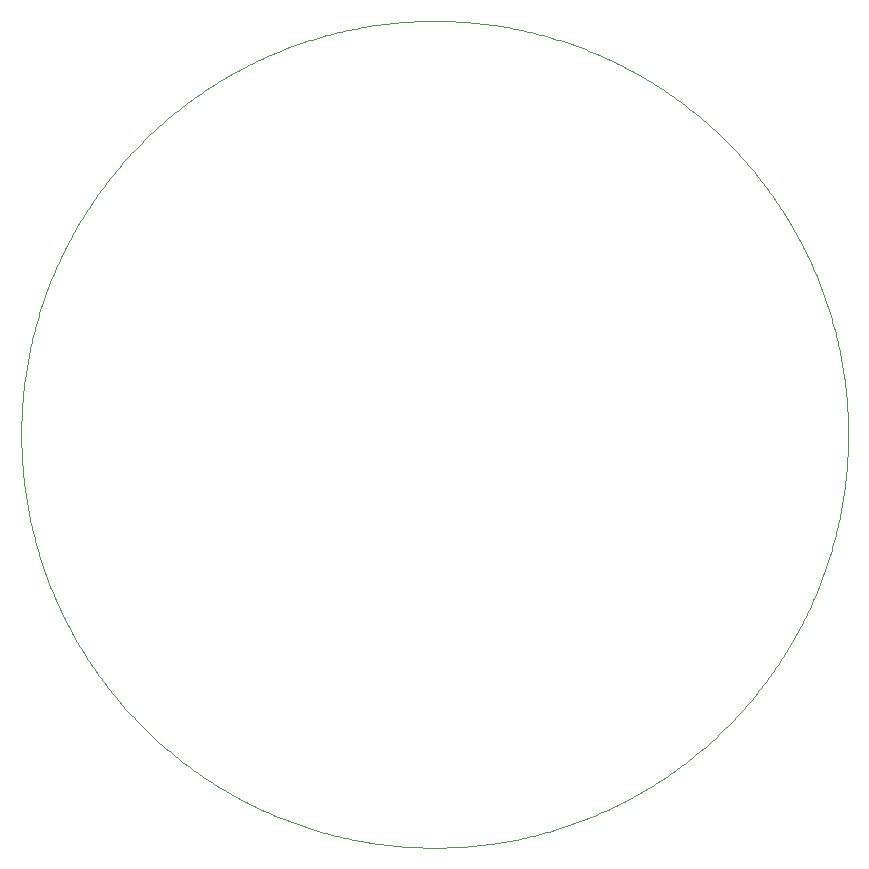
<source format=gm1>
G04*
G04 #@! TF.GenerationSoftware,Altium Limited,Altium Designer,21.2.0 (30)*
G04*
G04 Layer_Color=16711935*
%FSLAX25Y25*%
%MOIN*%
G70*
G04*
G04 #@! TF.SameCoordinates,B96C5F5D-6F64-4CBB-A979-4CA2DAF74F4E*
G04*
G04*
G04 #@! TF.FilePolarity,Positive*
G04*
G01*
G75*
%ADD44C,0.00394*%
D44*
X521295Y399000D02*
X521292Y400000D01*
X521281Y400999D01*
X521263Y401999D01*
X521237Y402998D01*
X521205Y403998D01*
X521165Y404997D01*
X521118Y405995D01*
X521063Y406994D01*
X521002Y407992D01*
X520933Y408989D01*
X520857Y409986D01*
X520773Y410982D01*
X520683Y411978D01*
X520585Y412973D01*
X520480Y413967D01*
X520368Y414960D01*
X520248Y415953D01*
X520122Y416945D01*
X519988Y417935D01*
X519847Y418925D01*
X519699Y419914D01*
X519544Y420901D01*
X519381Y421888D01*
X519211Y422873D01*
X519035Y423857D01*
X518851Y424840D01*
X518660Y425821D01*
X518462Y426801D01*
X518256Y427780D01*
X518044Y428757D01*
X517825Y429732D01*
X517598Y430706D01*
X517365Y431678D01*
X517124Y432648D01*
X516876Y433617D01*
X516622Y434584D01*
X516360Y435548D01*
X516091Y436512D01*
X515816Y437472D01*
X515533Y438432D01*
X515243Y439388D01*
X514947Y440343D01*
X514643Y441296D01*
X514333Y442246D01*
X514016Y443194D01*
X513692Y444140D01*
X513361Y445083D01*
X513023Y446024D01*
X512679Y446963D01*
X512327Y447899D01*
X511969Y448832D01*
X511604Y449763D01*
X511232Y450691D01*
X510854Y451616D01*
X510469Y452539D01*
X510077Y453459D01*
X509679Y454376D01*
X509274Y455290D01*
X508862Y456201D01*
X508443Y457109D01*
X508019Y458014D01*
X507587Y458916D01*
X507149Y459815D01*
X506705Y460710D01*
X506254Y461602D01*
X505796Y462491D01*
X505333Y463377D01*
X504862Y464259D01*
X504386Y465138D01*
X503902Y466013D01*
X503413Y466885D01*
X502917Y467753D01*
X502415Y468618D01*
X501907Y469479D01*
X501393Y470336D01*
X500872Y471190D01*
X500345Y472039D01*
X499812Y472885D01*
X499273Y473727D01*
X498728Y474565D01*
X498177Y475399D01*
X497619Y476229D01*
X497056Y477055D01*
X496487Y477877D01*
X495911Y478694D01*
X495330Y479508D01*
X494743Y480317D01*
X494150Y481122D01*
X493552Y481923D01*
X492947Y482719D01*
X492337Y483511D01*
X491721Y484298D01*
X491099Y485081D01*
X490472Y485860D01*
X489839Y486634D01*
X489200Y487403D01*
X488556Y488167D01*
X487906Y488927D01*
X487251Y489682D01*
X486590Y490433D01*
X485924Y491178D01*
X485253Y491919D01*
X484576Y492655D01*
X483894Y493386D01*
X483206Y494111D01*
X482514Y494832D01*
X481816Y495548D01*
X481113Y496259D01*
X480404Y496965D01*
X479691Y497665D01*
X478973Y498360D01*
X478249Y499051D01*
X477521Y499735D01*
X476788Y500415D01*
X476049Y501089D01*
X475306Y501758D01*
X474558Y502421D01*
X473806Y503079D01*
X473048Y503732D01*
X472286Y504379D01*
X471519Y505020D01*
X470747Y505656D01*
X469971Y506286D01*
X469191Y506911D01*
X468405Y507529D01*
X467616Y508143D01*
X466822Y508750D01*
X466023Y509352D01*
X465220Y509947D01*
X464413Y510537D01*
X463602Y511122D01*
X462786Y511700D01*
X461967Y512272D01*
X461143Y512838D01*
X460315Y513399D01*
X459483Y513953D01*
X458647Y514501D01*
X457807Y515043D01*
X456963Y515579D01*
X456115Y516109D01*
X455263Y516633D01*
X454408Y517151D01*
X453549Y517662D01*
X452686Y518167D01*
X451820Y518666D01*
X450950Y519159D01*
X450076Y519645D01*
X449199Y520125D01*
X448319Y520598D01*
X447435Y521065D01*
X446547Y521526D01*
X445657Y521980D01*
X444763Y522428D01*
X443866Y522869D01*
X442966Y523304D01*
X442062Y523732D01*
X441155Y524153D01*
X440246Y524568D01*
X439333Y524977D01*
X438418Y525379D01*
X437500Y525774D01*
X436578Y526162D01*
X435654Y526544D01*
X434728Y526919D01*
X433798Y527287D01*
X432866Y527649D01*
X431931Y528004D01*
X430994Y528352D01*
X430055Y528693D01*
X429112Y529027D01*
X428168Y529355D01*
X427221Y529675D01*
X426271Y529989D01*
X425320Y530296D01*
X424366Y530596D01*
X423411Y530889D01*
X422452Y531175D01*
X421492Y531454D01*
X420531Y531726D01*
X419567Y531991D01*
X418601Y532250D01*
X417633Y532501D01*
X416664Y532745D01*
X415692Y532982D01*
X414719Y533212D01*
X413745Y533435D01*
X412769Y533651D01*
X411791Y533860D01*
X410812Y534061D01*
X409831Y534256D01*
X408849Y534444D01*
X407866Y534624D01*
X406881Y534797D01*
X405895Y534963D01*
X404908Y535122D01*
X403920Y535274D01*
X402931Y535418D01*
X401940Y535556D01*
X400949Y535686D01*
X399957Y535809D01*
X398964Y535925D01*
X397970Y536033D01*
X396976Y536135D01*
X395980Y536229D01*
X394984Y536316D01*
X393988Y536396D01*
X392991Y536468D01*
X391993Y536533D01*
X390995Y536591D01*
X389997Y536642D01*
X388998Y536686D01*
X387999Y536722D01*
X386999Y536751D01*
X386000Y536773D01*
X385000Y536787D01*
X384000Y536794D01*
X383001Y536794D01*
X382001Y536787D01*
X381001Y536773D01*
X380002Y536751D01*
X379002Y536722D01*
X378003Y536686D01*
X377005Y536642D01*
X376006Y536591D01*
X375008Y536533D01*
X374010Y536468D01*
X373013Y536396D01*
X372017Y536316D01*
X371021Y536229D01*
X370025Y536135D01*
X369031Y536033D01*
X368037Y535925D01*
X367044Y535809D01*
X366052Y535686D01*
X365060Y535556D01*
X364070Y535419D01*
X363081Y535274D01*
X362093Y535122D01*
X361106Y534963D01*
X360120Y534797D01*
X359135Y534624D01*
X358152Y534444D01*
X357170Y534256D01*
X356189Y534062D01*
X355210Y533860D01*
X354232Y533651D01*
X353256Y533435D01*
X352282Y533212D01*
X351309Y532982D01*
X350337Y532745D01*
X349368Y532501D01*
X348400Y532250D01*
X347434Y531992D01*
X346470Y531727D01*
X345508Y531454D01*
X344548Y531175D01*
X343590Y530889D01*
X342635Y530596D01*
X341681Y530296D01*
X340729Y529989D01*
X339780Y529676D01*
X338833Y529355D01*
X337889Y529028D01*
X336947Y528693D01*
X336007Y528352D01*
X335069Y528004D01*
X334135Y527649D01*
X333203Y527288D01*
X332273Y526919D01*
X331347Y526544D01*
X330422Y526163D01*
X329501Y525774D01*
X328583Y525379D01*
X327667Y524977D01*
X326755Y524569D01*
X325845Y524154D01*
X324939Y523732D01*
X324035Y523304D01*
X323135Y522869D01*
X322238Y522428D01*
X321344Y521980D01*
X320454Y521526D01*
X319566Y521066D01*
X318682Y520599D01*
X317802Y520125D01*
X316925Y519645D01*
X316051Y519159D01*
X315181Y518666D01*
X314315Y518168D01*
X313452Y517662D01*
X312593Y517151D01*
X311737Y516634D01*
X310886Y516110D01*
X310038Y515580D01*
X309194Y515044D01*
X308354Y514502D01*
X307518Y513953D01*
X306686Y513399D01*
X305858Y512839D01*
X305034Y512273D01*
X304215Y511700D01*
X303399Y511122D01*
X302588Y510538D01*
X301780Y509948D01*
X300978Y509352D01*
X300179Y508750D01*
X299385Y508143D01*
X298595Y507530D01*
X297810Y506911D01*
X297029Y506286D01*
X296253Y505656D01*
X295482Y505021D01*
X294715Y504379D01*
X293953Y503732D01*
X293195Y503080D01*
X292442Y502422D01*
X291694Y501758D01*
X290951Y501089D01*
X290213Y500415D01*
X289480Y499736D01*
X288751Y499051D01*
X288028Y498361D01*
X287309Y497666D01*
X286596Y496965D01*
X285888Y496259D01*
X285185Y495549D01*
X284487Y494833D01*
X283794Y494112D01*
X283107Y493386D01*
X282424Y492655D01*
X281748Y491919D01*
X281076Y491179D01*
X280410Y490433D01*
X279749Y489683D01*
X279094Y488928D01*
X278445Y488168D01*
X277800Y487403D01*
X277162Y486634D01*
X276529Y485860D01*
X275901Y485082D01*
X275279Y484299D01*
X274663Y483511D01*
X274053Y482719D01*
X273449Y481923D01*
X272850Y481122D01*
X272257Y480317D01*
X271670Y479508D01*
X271089Y478695D01*
X270514Y477877D01*
X269944Y477055D01*
X269381Y476229D01*
X268824Y475399D01*
X268272Y474565D01*
X267727Y473727D01*
X267188Y472885D01*
X266655Y472039D01*
X266128Y471190D01*
X265607Y470336D01*
X265093Y469479D01*
X264585Y468618D01*
X264083Y467753D01*
X263587Y466885D01*
X263098Y466013D01*
X262614Y465138D01*
X262138Y464259D01*
X261667Y463377D01*
X261204Y462491D01*
X260746Y461602D01*
X260295Y460710D01*
X259851Y459814D01*
X259413Y458916D01*
X258981Y458014D01*
X258556Y457109D01*
X258138Y456201D01*
X257726Y455290D01*
X257321Y454376D01*
X256923Y453459D01*
X256531Y452539D01*
X256146Y451616D01*
X255767Y450691D01*
X255396Y449763D01*
X255031Y448832D01*
X254673Y447899D01*
X254321Y446963D01*
X253977Y446024D01*
X253639Y445083D01*
X253308Y444140D01*
X252984Y443194D01*
X252667Y442246D01*
X252356Y441295D01*
X252053Y440343D01*
X251757Y439388D01*
X251467Y438431D01*
X251184Y437472D01*
X250909Y436511D01*
X250640Y435548D01*
X250378Y434583D01*
X250124Y433616D01*
X249876Y432648D01*
X249635Y431677D01*
X249402Y430705D01*
X249175Y429731D01*
X248956Y428756D01*
X248744Y427779D01*
X248538Y426801D01*
X248340Y425821D01*
X248149Y424839D01*
X247965Y423857D01*
X247788Y422873D01*
X247619Y421887D01*
X247456Y420901D01*
X247301Y419913D01*
X247153Y418924D01*
X247012Y417935D01*
X246878Y416944D01*
X246751Y415952D01*
X246632Y414959D01*
X246520Y413966D01*
X246415Y412972D01*
X246317Y411977D01*
X246227Y410981D01*
X246143Y409985D01*
X246067Y408988D01*
X245998Y407991D01*
X245937Y406993D01*
X245882Y405994D01*
X245835Y404996D01*
X245795Y403997D01*
X245763Y402998D01*
X245737Y401998D01*
X245719Y400998D01*
X245708Y399999D01*
X245705Y398999D01*
X245708Y397999D01*
X245719Y397000D01*
X245737Y396000D01*
X245763Y395001D01*
X245795Y394001D01*
X245835Y393002D01*
X245883Y392004D01*
X245937Y391005D01*
X245999Y390007D01*
X246067Y389010D01*
X246143Y388013D01*
X246227Y387017D01*
X246317Y386021D01*
X246415Y385026D01*
X246520Y384032D01*
X246632Y383038D01*
X246752Y382046D01*
X246878Y381054D01*
X247012Y380063D01*
X247153Y379074D01*
X247301Y378085D01*
X247457Y377097D01*
X247619Y376111D01*
X247789Y375126D01*
X247966Y374142D01*
X248149Y373159D01*
X248341Y372177D01*
X248539Y371198D01*
X248744Y370219D01*
X248956Y369242D01*
X249176Y368267D01*
X249402Y367293D01*
X249636Y366321D01*
X249876Y365350D01*
X250124Y364382D01*
X250379Y363415D01*
X250641Y362450D01*
X250909Y361487D01*
X251185Y360526D01*
X251467Y359567D01*
X251757Y358610D01*
X252054Y357655D01*
X252357Y356703D01*
X252667Y355752D01*
X252985Y354804D01*
X253309Y353858D01*
X253640Y352915D01*
X253977Y351974D01*
X254322Y351035D01*
X254673Y350100D01*
X255032Y349166D01*
X255397Y348235D01*
X255768Y347307D01*
X256147Y346382D01*
X256532Y345459D01*
X256924Y344539D01*
X257322Y343622D01*
X257727Y342708D01*
X258139Y341797D01*
X258557Y340889D01*
X258982Y339984D01*
X259414Y339083D01*
X259852Y338184D01*
X260296Y337288D01*
X260747Y336396D01*
X261205Y335507D01*
X261668Y334621D01*
X262139Y333739D01*
X262615Y332860D01*
X263099Y331985D01*
X263588Y331113D01*
X264084Y330245D01*
X264586Y329380D01*
X265094Y328519D01*
X265608Y327662D01*
X266129Y326809D01*
X266656Y325959D01*
X267189Y325113D01*
X267728Y324271D01*
X268273Y323433D01*
X268825Y322599D01*
X269382Y321769D01*
X269945Y320943D01*
X270515Y320121D01*
X271090Y319304D01*
X271671Y318490D01*
X272258Y317681D01*
X272851Y316876D01*
X273450Y316075D01*
X274054Y315279D01*
X274665Y314487D01*
X275281Y313700D01*
X275903Y312917D01*
X276530Y312138D01*
X277163Y311365D01*
X277801Y310595D01*
X278446Y309831D01*
X279096Y309071D01*
X279751Y308316D01*
X280411Y307565D01*
X281078Y306820D01*
X281749Y306079D01*
X282426Y305343D01*
X283108Y304612D01*
X283795Y303887D01*
X284488Y303166D01*
X285186Y302450D01*
X285889Y301739D01*
X286597Y301033D01*
X287311Y300333D01*
X288029Y299638D01*
X288753Y298948D01*
X289481Y298263D01*
X290214Y297583D01*
X290953Y296909D01*
X291696Y296240D01*
X292444Y295577D01*
X293197Y294919D01*
X293954Y294267D01*
X294716Y293620D01*
X295483Y292978D01*
X296255Y292342D01*
X297031Y291712D01*
X297812Y291088D01*
X298597Y290469D01*
X299387Y289856D01*
X300181Y289248D01*
X300979Y288647D01*
X301782Y288051D01*
X302589Y287461D01*
X303401Y286877D01*
X304216Y286298D01*
X305036Y285726D01*
X305860Y285160D01*
X306688Y284600D01*
X307520Y284045D01*
X308356Y283497D01*
X309196Y282955D01*
X310040Y282419D01*
X310888Y281889D01*
X311739Y281365D01*
X312595Y280848D01*
X313454Y280336D01*
X314317Y279831D01*
X315183Y279332D01*
X316053Y278840D01*
X316927Y278354D01*
X317804Y277874D01*
X318684Y277400D01*
X319568Y276933D01*
X320456Y276473D01*
X321346Y276019D01*
X322240Y275571D01*
X323137Y275130D01*
X324038Y274695D01*
X324941Y274267D01*
X325848Y273845D01*
X326757Y273430D01*
X327670Y273022D01*
X328585Y272620D01*
X329504Y272225D01*
X330425Y271836D01*
X331349Y271455D01*
X332276Y271080D01*
X333205Y270711D01*
X334137Y270350D01*
X335072Y269995D01*
X336009Y269647D01*
X336949Y269306D01*
X337891Y268972D01*
X338836Y268644D01*
X339783Y268323D01*
X340732Y268010D01*
X341684Y267703D01*
X342637Y267403D01*
X343593Y267110D01*
X344551Y266824D01*
X345511Y266545D01*
X346473Y266273D01*
X347437Y266007D01*
X348403Y265749D01*
X349371Y265498D01*
X350340Y265254D01*
X351312Y265017D01*
X352285Y264787D01*
X353259Y264564D01*
X354235Y264348D01*
X355213Y264139D01*
X356192Y263938D01*
X357173Y263743D01*
X358155Y263556D01*
X359138Y263375D01*
X360123Y263202D01*
X361109Y263036D01*
X362096Y262877D01*
X363084Y262725D01*
X364073Y262581D01*
X365064Y262444D01*
X366055Y262314D01*
X367047Y262191D01*
X368040Y262075D01*
X369034Y261966D01*
X370029Y261865D01*
X371024Y261771D01*
X372020Y261684D01*
X373017Y261604D01*
X374014Y261532D01*
X375011Y261466D01*
X376009Y261408D01*
X377008Y261358D01*
X378007Y261314D01*
X379006Y261278D01*
X380005Y261249D01*
X381005Y261227D01*
X382004Y261213D01*
X383004Y261206D01*
X384004Y261206D01*
X385004Y261213D01*
X386003Y261227D01*
X387003Y261249D01*
X388002Y261278D01*
X389001Y261315D01*
X390000Y261358D01*
X390999Y261409D01*
X391997Y261467D01*
X392994Y261532D01*
X393992Y261605D01*
X394988Y261684D01*
X395984Y261771D01*
X396979Y261866D01*
X397974Y261967D01*
X398968Y262076D01*
X399961Y262192D01*
X400953Y262315D01*
X401944Y262445D01*
X402935Y262582D01*
X403924Y262727D01*
X404912Y262878D01*
X405899Y263037D01*
X406885Y263204D01*
X407870Y263377D01*
X408853Y263557D01*
X409835Y263745D01*
X410816Y263939D01*
X411795Y264141D01*
X412773Y264350D01*
X413749Y264566D01*
X414723Y264789D01*
X415696Y265019D01*
X416668Y265256D01*
X417637Y265500D01*
X418605Y265751D01*
X419571Y266010D01*
X420535Y266275D01*
X421497Y266547D01*
X422457Y266826D01*
X423415Y267112D01*
X424370Y267405D01*
X425324Y267705D01*
X426276Y268012D01*
X427225Y268326D01*
X428172Y268647D01*
X429116Y268974D01*
X430059Y269309D01*
X430998Y269650D01*
X431936Y269998D01*
X432870Y270353D01*
X433803Y270714D01*
X434732Y271083D01*
X435659Y271458D01*
X436583Y271840D01*
X437504Y272228D01*
X438422Y272623D01*
X439338Y273025D01*
X440250Y273433D01*
X441160Y273849D01*
X442066Y274270D01*
X442970Y274698D01*
X443870Y275133D01*
X444767Y275574D01*
X445661Y276022D01*
X446552Y276476D01*
X447439Y276937D01*
X448323Y277404D01*
X449203Y277878D01*
X450080Y278358D01*
X450954Y278844D01*
X451824Y279337D01*
X452691Y279835D01*
X453553Y280341D01*
X454412Y280852D01*
X455268Y281369D01*
X456119Y281893D01*
X456967Y282423D01*
X457811Y282959D01*
X458651Y283502D01*
X459487Y284050D01*
X460319Y284604D01*
X461147Y285165D01*
X461971Y285731D01*
X462790Y286303D01*
X463606Y286881D01*
X464418Y287466D01*
X465225Y288056D01*
X466027Y288652D01*
X466826Y289253D01*
X467620Y289861D01*
X468409Y290474D01*
X469195Y291093D01*
X469975Y291717D01*
X470751Y292348D01*
X471523Y292984D01*
X472290Y293625D01*
X473052Y294272D01*
X473810Y294924D01*
X474562Y295582D01*
X475310Y296246D01*
X476053Y296915D01*
X476792Y297589D01*
X477525Y298268D01*
X478253Y298953D01*
X478977Y299643D01*
X479695Y300339D01*
X480408Y301039D01*
X481117Y301745D01*
X481820Y302456D01*
X482517Y303172D01*
X483210Y303893D01*
X483898Y304619D01*
X484580Y305349D01*
X485257Y306085D01*
X485928Y306826D01*
X486594Y307572D01*
X487255Y308322D01*
X487910Y309077D01*
X488560Y309837D01*
X489204Y310602D01*
X489842Y311371D01*
X490475Y312145D01*
X491103Y312923D01*
X491724Y313706D01*
X492340Y314494D01*
X492951Y315286D01*
X493555Y316082D01*
X494154Y316883D01*
X494747Y317688D01*
X495334Y318497D01*
X495915Y319310D01*
X496490Y320128D01*
X497059Y320950D01*
X497623Y321776D01*
X498180Y322606D01*
X498731Y323440D01*
X499276Y324278D01*
X499816Y325120D01*
X500349Y325966D01*
X500875Y326816D01*
X501396Y327669D01*
X501910Y328526D01*
X502419Y329387D01*
X502920Y330252D01*
X503416Y331120D01*
X503905Y331992D01*
X504389Y332868D01*
X504865Y333746D01*
X505335Y334629D01*
X505799Y335514D01*
X506257Y336403D01*
X506708Y337296D01*
X507152Y338191D01*
X507590Y339090D01*
X508021Y339992D01*
X508446Y340897D01*
X508864Y341805D01*
X509276Y342716D01*
X509681Y343630D01*
X510080Y344547D01*
X510471Y345467D01*
X510856Y346390D01*
X511235Y347315D01*
X511607Y348243D01*
X511971Y349174D01*
X512329Y350107D01*
X512681Y351043D01*
X513025Y351982D01*
X513363Y352923D01*
X513694Y353866D01*
X514018Y354812D01*
X514335Y355760D01*
X514645Y356711D01*
X514949Y357663D01*
X515245Y358618D01*
X515535Y359575D01*
X515817Y360534D01*
X516093Y361495D01*
X516362Y362458D01*
X516623Y363423D01*
X516878Y364390D01*
X517126Y365358D01*
X517366Y366329D01*
X517600Y367301D01*
X517826Y368275D01*
X518046Y369250D01*
X518258Y370227D01*
X518463Y371205D01*
X518661Y372185D01*
X518852Y373167D01*
X519036Y374150D01*
X519213Y375134D01*
X519382Y376119D01*
X519545Y377105D01*
X519700Y378093D01*
X519848Y379082D01*
X519989Y380072D01*
X520123Y381062D01*
X520249Y382054D01*
X520369Y383047D01*
X520481Y384040D01*
X520586Y385034D01*
X520683Y386029D01*
X520774Y387025D01*
X520857Y388021D01*
X520933Y389018D01*
X521002Y390016D01*
X521064Y391014D01*
X521118Y392012D01*
X521165Y393010D01*
X521205Y394009D01*
X521238Y395009D01*
X521263Y396008D01*
X521281Y397008D01*
X521292Y398007D01*
X521295Y399000D01*
M02*

</source>
